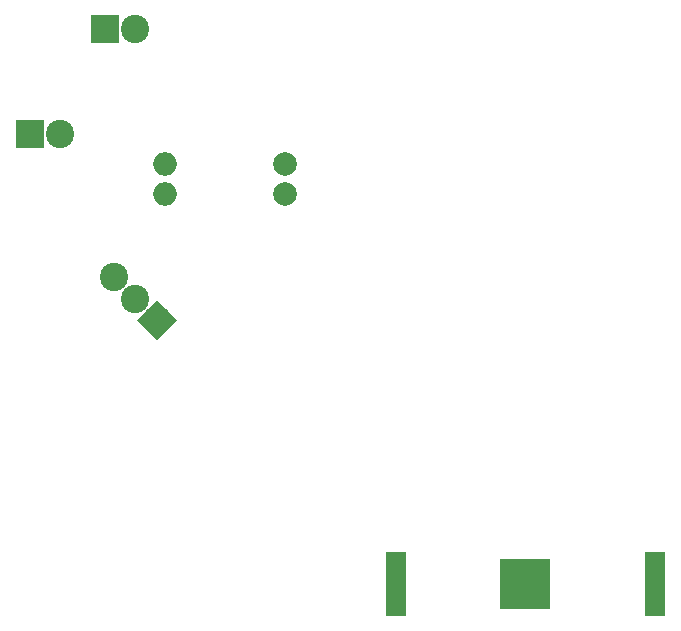
<source format=gts>
G04 #@! TF.GenerationSoftware,KiCad,Pcbnew,(5.1.2)-1*
G04 #@! TF.CreationDate,2019-06-22T12:29:30-06:00*
G04 #@! TF.ProjectId,superhashtagpcb,73757065-7268-4617-9368-746167706362,rev?*
G04 #@! TF.SameCoordinates,Original*
G04 #@! TF.FileFunction,Soldermask,Top*
G04 #@! TF.FilePolarity,Negative*
%FSLAX46Y46*%
G04 Gerber Fmt 4.6, Leading zero omitted, Abs format (unit mm)*
G04 Created by KiCad (PCBNEW (5.1.2)-1) date 2019-06-22 12:29:30*
%MOMM*%
%LPD*%
G04 APERTURE LIST*
%ADD10R,1.670000X5.480000*%
%ADD11R,4.360000X4.360000*%
%ADD12R,2.400000X2.400000*%
%ADD13C,2.400000*%
%ADD14C,2.000000*%
%ADD15O,2.000000X2.000000*%
%ADD16C,0.100000*%
G04 APERTURE END LIST*
D10*
X160845000Y-132080000D03*
X138875000Y-132080000D03*
D11*
X149860000Y-132080000D03*
D12*
X114300000Y-85090000D03*
D13*
X116840000Y-85090000D03*
D12*
X107950000Y-93980000D03*
D13*
X110490000Y-93980000D03*
D14*
X129540000Y-96520000D03*
D15*
X119380000Y-96520000D03*
D14*
X129540000Y-99060000D03*
D15*
X119380000Y-99060000D03*
D13*
X115043949Y-106153949D03*
X116840000Y-107950000D03*
X118636051Y-109746051D03*
D16*
G36*
X120333107Y-109746051D02*
G01*
X118636051Y-111443107D01*
X116938995Y-109746051D01*
X118636051Y-108048995D01*
X120333107Y-109746051D01*
X120333107Y-109746051D01*
G37*
M02*

</source>
